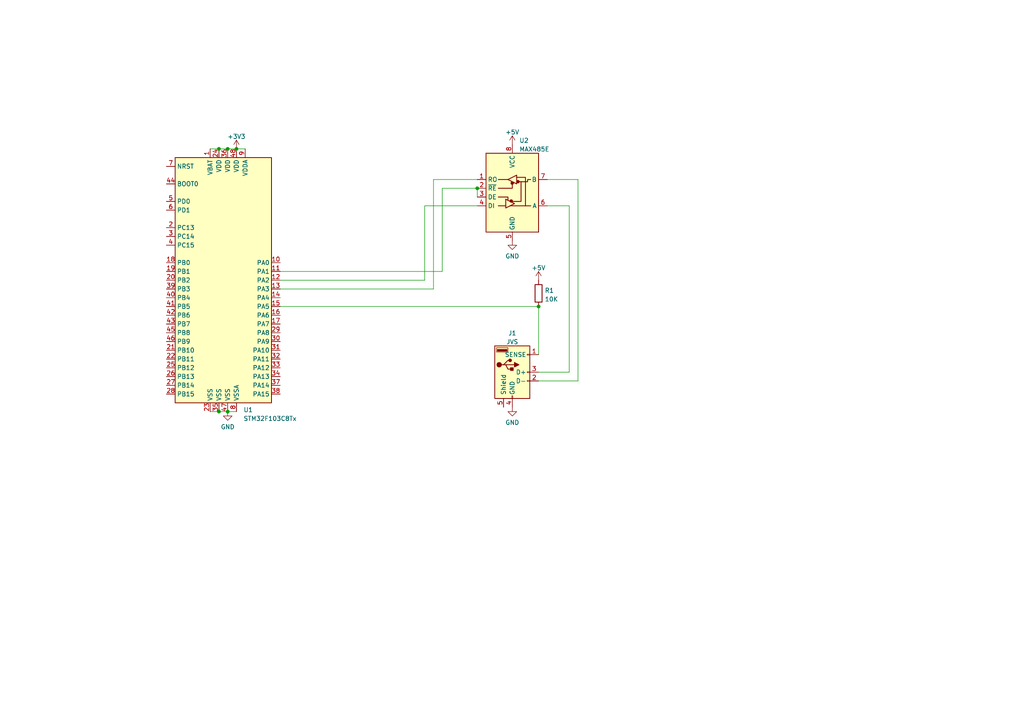
<source format=kicad_sch>
(kicad_sch (version 20211123) (generator eeschema)
  (paper "A4")
  (lib_symbols
    (symbol "Connector:USB_A" (pin_names (offset 1.016))
      (property "Reference" "J?" (at 0 11.3198 0))
      (property "Value" "USB_A" (at 0 8.7829 0))
      (symbol "USB_A_0_1"
        (rectangle (start -5.08 -7.62) (end 5.08 7.62) (stroke (width 0.254)) (fill (type background)))
        (circle (center -3.81 2.159) (radius 0.635) (stroke (width 0.254)) (fill (type outline)))
        (rectangle (start -1.524 6.096) (end -4.318 6.604) (fill (type outline)))
        (rectangle (start -1.27 5.842) (end -4.572 7.112))
        (circle (center -0.635 3.429) (radius 0.381) (stroke (width 0.254)) (fill (type outline)))
        (rectangle (start -0.127 -7.62) (end 0.127 -6.858))
        (polyline (pts (xy -3.175 2.159) (xy -2.54 2.159) (xy -1.27 3.429) (xy -0.635 3.429)) (stroke (width 0.254)))
        (polyline (pts (xy -2.54 2.159) (xy -1.905 2.159) (xy -1.27 0.889) (xy 0 0.889)) (stroke (width 0.254)))
        (polyline (pts (xy 0.635 2.794) (xy 0.635 1.524) (xy 1.905 2.159) (xy 0.635 2.794)) (stroke (width 0.254)) (fill (type outline)))
        (rectangle (start 0.254 1.27) (end -0.508 0.508) (stroke (width 0.254)) (fill (type outline)))
        (rectangle (start 5.08 -2.667) (end 4.318 -2.413))
        (rectangle (start 5.08 -0.127) (end 4.318 0.127))
        (rectangle (start 5.08 4.953) (end 4.318 5.207))
      )
      (symbol "USB_A_1_1"
        (polyline (pts (xy -1.905 2.159) (xy 0.635 2.159)) (stroke (width 0.254)))
        (pin output line (at 7.62 5.08 180) (length 2.54) (name "SENSE") (number "1"))
        (pin bidirectional line (at 7.62 -2.54 180) (length 2.54) (name "D-") (number "2"))
        (pin bidirectional line (at 7.62 0 180) (length 2.54) (name "D+") (number "3"))
        (pin power_in line (at 0 -10.16 90) (length 2.54) (name "GND") (number "4"))
        (pin passive line (at -2.54 -10.16 90) (length 2.54) (name "Shield") (number "5"))
      )
    )
    (symbol "Device:R" (pin_numbers hide) (pin_names (offset 0))
      (property "Reference" "R" (at 2.032 0 90))
      (property "Value" "R" (at 0 0 90))
      (symbol "R_0_1"
        (rectangle (start -1.016 -2.54) (end 1.016 2.54) (stroke (width 0.254)))
      )
      (symbol "R_1_1"
        (pin passive line (at 0 3.81 270) (length 1.27) (name "~") (number "1"))
        (pin passive line (at 0 -3.81 90) (length 1.27) (name "~") (number "2"))
      )
    )
    (symbol "Interface_UART:MAX485E"
      (property "Reference" "U" (at -6.096 11.43 0))
      (property "Value" "MAX485E" (at 0.762 11.43 0))
      (symbol "MAX485E_0_1"
        (rectangle (start -7.62 10.16) (end 7.62 -12.7) (stroke (width 0.254)) (fill (type background)))
        (circle (center -0.3048 -3.683) (radius 0.3556) (stroke (width 0.254)) (fill (type outline)))
        (circle (center -0.0254 1.4986) (radius 0.3556) (stroke (width 0.254)) (fill (type outline)))
        (polyline (pts (xy -4.064 -5.08) (xy -1.905 -5.08)) (stroke (width 0.254)))
        (polyline (pts (xy -4.064 2.54) (xy -1.27 2.54)) (stroke (width 0.254)))
        (polyline (pts (xy -1.27 -3.2004) (xy -1.27 -3.4544)) (stroke (width 0.254)))
        (polyline (pts (xy -0.635 -5.08) (xy 5.334 -5.08)) (stroke (width 0.254)))
        (polyline (pts (xy -4.064 -2.54) (xy -1.27 -2.54) (xy -1.27 -3.175)) (stroke (width 0.254)))
        (polyline (pts (xy 0 1.27) (xy 0 0) (xy -4.064 0)) (stroke (width 0.254)))
        (polyline (pts (xy 1.27 3.175) (xy 3.81 3.175) (xy 3.81 -5.08)) (stroke (width 0.254)))
        (polyline (pts (xy 2.54 1.905) (xy 2.54 -3.81) (xy 0 -3.81)) (stroke (width 0.254)))
        (polyline (pts (xy -1.905 -3.175) (xy -1.905 -5.715) (xy 0.635 -4.445) (xy -1.905 -3.175)) (stroke (width 0.254)))
        (polyline (pts (xy -1.27 2.54) (xy 1.27 3.81) (xy 1.27 1.27) (xy -1.27 2.54)) (stroke (width 0.254)))
        (polyline (pts (xy 1.905 1.905) (xy 4.445 1.905) (xy 4.445 2.54) (xy 5.334 2.54)) (stroke (width 0.254)))
        (rectangle (start 1.27 3.175) (end 1.27 3.175))
        (circle (center 1.651 1.905) (radius 0.3556) (stroke (width 0.254)) (fill (type outline)))
      )
      (symbol "MAX485E_1_1"
        (pin output line (at -10.16 2.54 0) (length 2.54) (name "RO") (number "1"))
        (pin input line (at -10.16 0 0) (length 2.54) (name "~{RE}") (number "2"))
        (pin input line (at -10.16 -2.54 0) (length 2.54) (name "DE") (number "3"))
        (pin input line (at -10.16 -5.08 0) (length 2.54) (name "DI") (number "4"))
        (pin power_in line (at 0 -15.24 90) (length 2.54) (name "GND") (number "5"))
        (pin bidirectional line (at 10.16 -5.08 180) (length 2.54) (name "A") (number "6"))
        (pin bidirectional line (at 10.16 2.54 180) (length 2.54) (name "B") (number "7"))
        (pin power_in line (at 0 12.7 270) (length 2.54) (name "VCC") (number "8"))
      )
    )
    (symbol "MCU_ST_STM32F1:STM32F103C8Tx"
      (property "Reference" "U" (at -15.24 36.83 0))
      (property "Value" "STM32F103C8Tx" (at 7.62 36.83 0))
      (symbol "STM32F103C8Tx_0_1"
        (rectangle (start -15.24 -35.56) (end 12.7 35.56) (stroke (width 0.254)) (fill (type background)))
      )
      (symbol "STM32F103C8Tx_1_1"
        (pin power_in line (at -5.08 38.1 270) (length 2.54) (name "VBAT") (number "1"))
        (pin bidirectional line (at 15.24 5.08 180) (length 2.54) (name "PA0") (number "10"))
        (pin bidirectional line (at 15.24 2.54 180) (length 2.54) (name "PA1") (number "11"))
        (pin bidirectional line (at 15.24 0 180) (length 2.54) (name "PA2") (number "12"))
        (pin bidirectional line (at 15.24 -2.54 180) (length 2.54) (name "PA3") (number "13"))
        (pin bidirectional line (at 15.24 -5.08 180) (length 2.54) (name "PA4") (number "14"))
        (pin bidirectional line (at 15.24 -7.62 180) (length 2.54) (name "PA5") (number "15"))
        (pin bidirectional line (at 15.24 -10.16 180) (length 2.54) (name "PA6") (number "16"))
        (pin bidirectional line (at 15.24 -12.7 180) (length 2.54) (name "PA7") (number "17"))
        (pin bidirectional line (at -17.78 5.08 0) (length 2.54) (name "PB0") (number "18"))
        (pin bidirectional line (at -17.78 2.54 0) (length 2.54) (name "PB1") (number "19"))
        (pin bidirectional line (at -17.78 15.24 0) (length 2.54) (name "PC13") (number "2"))
        (pin bidirectional line (at -17.78 0 0) (length 2.54) (name "PB2") (number "20"))
        (pin bidirectional line (at -17.78 -20.32 0) (length 2.54) (name "PB10") (number "21"))
        (pin bidirectional line (at -17.78 -22.86 0) (length 2.54) (name "PB11") (number "22"))
        (pin power_in line (at -5.08 -38.1 90) (length 2.54) (name "VSS") (number "23"))
        (pin power_in line (at -2.54 38.1 270) (length 2.54) (name "VDD") (number "24"))
        (pin bidirectional line (at -17.78 -25.4 0) (length 2.54) (name "PB12") (number "25"))
        (pin bidirectional line (at -17.78 -27.94 0) (length 2.54) (name "PB13") (number "26"))
        (pin bidirectional line (at -17.78 -30.48 0) (length 2.54) (name "PB14") (number "27"))
        (pin bidirectional line (at -17.78 -33.02 0) (length 2.54) (name "PB15") (number "28"))
        (pin bidirectional line (at 15.24 -15.24 180) (length 2.54) (name "PA8") (number "29"))
        (pin bidirectional line (at -17.78 12.7 0) (length 2.54) (name "PC14") (number "3"))
        (pin bidirectional line (at 15.24 -17.78 180) (length 2.54) (name "PA9") (number "30"))
        (pin bidirectional line (at 15.24 -20.32 180) (length 2.54) (name "PA10") (number "31"))
        (pin bidirectional line (at 15.24 -22.86 180) (length 2.54) (name "PA11") (number "32"))
        (pin bidirectional line (at 15.24 -25.4 180) (length 2.54) (name "PA12") (number "33"))
        (pin bidirectional line (at 15.24 -27.94 180) (length 2.54) (name "PA13") (number "34"))
        (pin power_in line (at -2.54 -38.1 90) (length 2.54) (name "VSS") (number "35"))
        (pin power_in line (at 0 38.1 270) (length 2.54) (name "VDD") (number "36"))
        (pin bidirectional line (at 15.24 -30.48 180) (length 2.54) (name "PA14") (number "37"))
        (pin bidirectional line (at 15.24 -33.02 180) (length 2.54) (name "PA15") (number "38"))
        (pin bidirectional line (at -17.78 -2.54 0) (length 2.54) (name "PB3") (number "39"))
        (pin bidirectional line (at -17.78 10.16 0) (length 2.54) (name "PC15") (number "4"))
        (pin bidirectional line (at -17.78 -5.08 0) (length 2.54) (name "PB4") (number "40"))
        (pin bidirectional line (at -17.78 -7.62 0) (length 2.54) (name "PB5") (number "41"))
        (pin bidirectional line (at -17.78 -10.16 0) (length 2.54) (name "PB6") (number "42"))
        (pin bidirectional line (at -17.78 -12.7 0) (length 2.54) (name "PB7") (number "43"))
        (pin input line (at -17.78 27.94 0) (length 2.54) (name "BOOT0") (number "44"))
        (pin bidirectional line (at -17.78 -15.24 0) (length 2.54) (name "PB8") (number "45"))
        (pin bidirectional line (at -17.78 -17.78 0) (length 2.54) (name "PB9") (number "46"))
        (pin power_in line (at 0 -38.1 90) (length 2.54) (name "VSS") (number "47"))
        (pin power_in line (at 2.54 38.1 270) (length 2.54) (name "VDD") (number "48"))
        (pin input line (at -17.78 22.86 0) (length 2.54) (name "PD0") (number "5"))
        (pin input line (at -17.78 20.32 0) (length 2.54) (name "PD1") (number "6"))
        (pin input line (at -17.78 33.02 0) (length 2.54) (name "NRST") (number "7"))
        (pin power_in line (at 2.54 -38.1 90) (length 2.54) (name "VSSA") (number "8"))
        (pin power_in line (at 5.08 38.1 270) (length 2.54) (name "VDDA") (number "9"))
      )
    )
    (symbol "power:+3V3" (power) (pin_names (offset 0))
      (property "Value" "+3V3" (at 0 3.556 0))
      (symbol "+3V3_0_1"
        (polyline (pts (xy -0.762 1.27) (xy 0 2.54)))
        (polyline (pts (xy 0 0) (xy 0 2.54)))
        (polyline (pts (xy 0 2.54) (xy 0.762 1.27)))
      )
      (symbol "+3V3_1_1"
        (pin power_in line (at 0 0 90) (length 0) hide (name "+3V3") (number "1"))
      )
    )
    (symbol "power:+5V" (power) (pin_names (offset 0))
      (property "Value" "+5V" (at 0 3.556 0))
      (symbol "+5V_0_1"
        (polyline (pts (xy -0.762 1.27) (xy 0 2.54)))
        (polyline (pts (xy 0 0) (xy 0 2.54)))
        (polyline (pts (xy 0 2.54) (xy 0.762 1.27)))
      )
      (symbol "+5V_1_1"
        (pin power_in line (at 0 0 90) (length 0) hide (name "+5V") (number "1"))
      )
    )
    (symbol "power:GND" (power) (pin_names (offset 0))
      (property "Value" "GND" (at 0 -3.81 0))
      (symbol "GND_0_1"
        (polyline (pts (xy 0 0) (xy 0 -1.27) (xy 1.27 -1.27) (xy 0 -2.54) (xy -1.27 -1.27) (xy 0 -1.27)))
      )
      (symbol "GND_1_1"
        (pin power_in line (at 0 0 270) (length 0) hide (name "GND") (number "1"))
      )
    )
  )
  (junction (at 156.21 88.9))
  (junction (at 63.5 119.38))
  (junction (at 66.04 119.38))
  (junction (at 68.58 43.18))
  (junction (at 138.43 54.61))
  (junction (at 66.04 43.18))
  (junction (at 63.5 43.18))
  (wire (pts (xy 128.27 78.74) (xy 128.27 54.61)))
  (wire (pts (xy 81.28 78.74) (xy 128.27 78.74)))
  (wire (pts (xy 60.96 43.18) (xy 63.5 43.18)))
  (wire (pts (xy 156.21 88.9) (xy 156.21 102.87)))
  (wire (pts (xy 81.28 81.28) (xy 123.19 81.28)))
  (wire (pts (xy 167.64 110.49) (xy 167.64 52.07)))
  (wire (pts (xy 63.5 119.38) (xy 66.04 119.38)))
  (wire (pts (xy 81.28 83.82) (xy 125.73 83.82)))
  (wire (pts (xy 66.04 119.38) (xy 68.58 119.38)))
  (wire (pts (xy 60.96 119.38) (xy 63.5 119.38)))
  (wire (pts (xy 156.21 110.49) (xy 167.64 110.49)))
  (wire (pts (xy 165.1 107.95) (xy 165.1 59.69)))
  (wire (pts (xy 81.28 88.9) (xy 156.21 88.9)))
  (wire (pts (xy 63.5 43.18) (xy 66.04 43.18)))
  (wire (pts (xy 138.43 54.61) (xy 138.43 57.15)))
  (wire (pts (xy 167.64 52.07) (xy 158.75 52.07)))
  (wire (pts (xy 165.1 59.69) (xy 158.75 59.69)))
  (wire (pts (xy 128.27 54.61) (xy 138.43 54.61)))
  (wire (pts (xy 66.04 43.18) (xy 68.58 43.18)))
  (wire (pts (xy 138.43 52.07) (xy 125.73 52.07)))
  (wire (pts (xy 123.19 81.28) (xy 123.19 59.69)))
  (wire (pts (xy 125.73 52.07) (xy 125.73 83.82)))
  (wire (pts (xy 123.19 59.69) (xy 138.43 59.69)))
  (wire (pts (xy 68.58 43.18) (xy 71.12 43.18)))
  (wire (pts (xy 156.21 107.95) (xy 165.1 107.95)))
  (symbol (lib_id "power:+5V") (at 156.21 81.28 0) (unit 1)
    (property "Reference" "#PWR06" (effects hide))
    (property "Value" "+5V" (at 156.21 77.7042 0))
  )
  (symbol (lib_id "Connector:USB_A") (at 148.59 107.95 0) (unit 1)
    (property "Reference" "J1" (at 148.59 96.6302 0))
    (property "Value" "JVS" (at 148.59 99.1671 0))
    (property "Datasheet" " ~" (effects hide))
  )
  (symbol (lib_id "Interface_UART:MAX485E") (at 148.59 54.61 0) (unit 1)
    (property "Reference" "U2" (at 150.6094 40.7502 0) (effects (justify left)))
    (property "Value" "MAX485E" (at 150.6094 43.2871 0) (effects (justify left)))
    (property "Datasheet" "https://datasheets.maximintegrated.com/en/ds/MAX1487E-MAX491E.pdf" (effects hide))
  )
  (symbol (lib_id "MCU_ST_STM32F1:STM32F103C8Tx") (at 66.04 81.28 0) (unit 1)
    (property "Reference" "U1" (at 70.5994 118.8704 0) (effects (justify left)))
    (property "Value" "STM32F103C8Tx" (at 70.5994 121.4073 0) (effects (justify left)))
    (property "Footprint" "Package_QFP:LQFP-48_7x7mm_P0.5mm" (effects hide))
    (property "Datasheet" "http://www.st.com/st-web-ui/static/active/en/resource/technical/document/datasheet/CD00161566.pdf" (effects hide))
  )
  (symbol (lib_id "power:GND") (at 66.04 119.38 0) (unit 1)
    (property "Reference" "#PWR01" (effects hide))
    (property "Value" "GND" (at 66.04 123.8234 0))
  )
  (symbol (lib_id "power:GND") (at 148.59 118.11 0) (unit 1)
    (property "Reference" "#PWR05" (effects hide))
    (property "Value" "GND" (at 148.59 122.5534 0))
  )
  (symbol (lib_id "power:GND") (at 148.59 69.85 0) (unit 1)
    (property "Reference" "#PWR04" (effects hide))
    (property "Value" "GND" (at 148.59 74.2934 0))
  )
  (symbol (lib_id "power:+5V") (at 148.59 41.91 0) (unit 1)
    (property "Reference" "#PWR03" (effects hide))
    (property "Value" "+5V" (at 148.59 38.3342 0))
  )
  (symbol (lib_id "Device:R") (at 156.21 85.09 0) (unit 1)
    (property "Reference" "R1" (at 157.988 84.2553 0) (effects (justify left)))
    (property "Value" "10K" (at 157.988 86.7922 0) (effects (justify left)))
  )
  (symbol (lib_id "power:+3V3") (at 68.58 43.18 0) (unit 1)
    (property "Reference" "#PWR02" (effects hide))
    (property "Value" "+3V3" (at 68.58 39.6042 0))
  )
)
</source>
